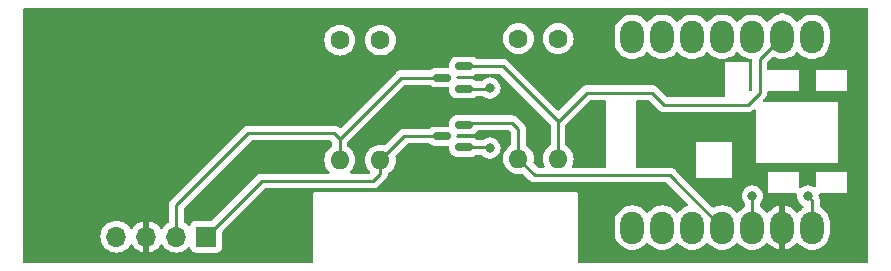
<source format=gbr>
%TF.GenerationSoftware,KiCad,Pcbnew,7.0.10-7.0.10~ubuntu22.04.1*%
%TF.CreationDate,2024-08-03T23:28:11-07:00*%
%TF.ProjectId,calc,63686561-7469-46e6-972d-63616c632e6b,rev?*%
%TF.SameCoordinates,Original*%
%TF.FileFunction,Copper,L1,Top*%
%TF.FilePolarity,Positive*%
%FSLAX46Y46*%
G04 Gerber Fmt 4.6, Leading zero omitted, Abs format (unit mm)*
G04 Created by KiCad (PCBNEW 7.0.10-7.0.10~ubuntu22.04.1) date 2024-08-03 23:28:11*
%MOMM*%
%LPD*%
G01*
G04 APERTURE LIST*
G04 Aperture macros list*
%AMRoundRect*
0 Rectangle with rounded corners*
0 $1 Rounding radius*
0 $2 $3 $4 $5 $6 $7 $8 $9 X,Y pos of 4 corners*
0 Add a 4 corners polygon primitive as box body*
4,1,4,$2,$3,$4,$5,$6,$7,$8,$9,$2,$3,0*
0 Add four circle primitives for the rounded corners*
1,1,$1+$1,$2,$3*
1,1,$1+$1,$4,$5*
1,1,$1+$1,$6,$7*
1,1,$1+$1,$8,$9*
0 Add four rect primitives between the rounded corners*
20,1,$1+$1,$2,$3,$4,$5,0*
20,1,$1+$1,$4,$5,$6,$7,0*
20,1,$1+$1,$6,$7,$8,$9,0*
20,1,$1+$1,$8,$9,$2,$3,0*%
G04 Aperture macros list end*
%TA.AperFunction,SMDPad,CuDef*%
%ADD10RoundRect,1.000000X0.000000X0.375000X0.000000X-0.375000X0.000000X-0.375000X0.000000X0.375000X0*%
%TD*%
%TA.AperFunction,SMDPad,CuDef*%
%ADD11RoundRect,0.150000X0.587500X0.150000X-0.587500X0.150000X-0.587500X-0.150000X0.587500X-0.150000X0*%
%TD*%
%TA.AperFunction,ComponentPad*%
%ADD12O,1.700000X1.700000*%
%TD*%
%TA.AperFunction,ComponentPad*%
%ADD13R,1.700000X1.700000*%
%TD*%
%TA.AperFunction,ComponentPad*%
%ADD14O,1.600000X1.600000*%
%TD*%
%TA.AperFunction,ComponentPad*%
%ADD15C,1.600000*%
%TD*%
%TA.AperFunction,ViaPad*%
%ADD16C,0.800000*%
%TD*%
%TA.AperFunction,Conductor*%
%ADD17C,0.250000*%
%TD*%
G04 APERTURE END LIST*
D10*
%TO.P,U1,7,PB08_A6_D6_TX*%
%TO.N,unconnected-(U1-PB08_A6_D6_TX-Pad7)*%
X137160000Y-54701000D03*
%TO.P,U1,6,PA9_A5_D5_SCL*%
%TO.N,unconnected-(U1-PA9_A5_D5_SCL-Pad6)*%
X139700000Y-54701000D03*
%TO.P,U1,5,PA8_A4_D4_SDA*%
%TO.N,unconnected-(U1-PA8_A4_D4_SDA-Pad5)*%
X142240000Y-54701000D03*
%TO.P,U1,4,PA11_A3_D3*%
%TO.N,unconnected-(U1-PA11_A3_D3-Pad4)*%
X144780000Y-54701000D03*
%TO.P,U1,3,PA10_A2_D2*%
%TO.N,unconnected-(U1-PA10_A2_D2-Pad3)*%
X147320000Y-54701000D03*
%TO.P,U1,2,PA4_A1_D1*%
%TO.N,TIP_GPIO*%
X149860000Y-54701000D03*
%TO.P,U1,1,PA02_A0_D0*%
%TO.N,unconnected-(U1-PA02_A0_D0-Pad1)*%
X152400000Y-54701000D03*
%TO.P,U1,8,PB09_A7_D7_RX*%
%TO.N,unconnected-(U1-PB09_A7_D7_RX-Pad8)*%
X137160000Y-70866000D03*
%TO.P,U1,9,PA7_A8_D8_SCK*%
%TO.N,unconnected-(U1-PA7_A8_D8_SCK-Pad9)*%
X139700000Y-70866000D03*
%TO.P,U1,10,PA5_A9_D9_MISO*%
%TO.N,unconnected-(U1-PA5_A9_D9_MISO-Pad10)*%
X142240000Y-70866000D03*
%TO.P,U1,11,PA6_A10_D10_MOSI*%
%TO.N,RING_GPIO*%
X144780000Y-70866000D03*
%TO.P,U1,12,3V3*%
%TO.N,+3.3V*%
X147320000Y-70866000D03*
%TO.P,U1,13,GND*%
%TO.N,GND*%
X149860000Y-70866000D03*
%TO.P,U1,14,5V*%
%TO.N,+5V*%
X152400000Y-70866000D03*
%TD*%
D11*
%TO.P,Q1,1,G*%
%TO.N,+3.3V*%
X122906000Y-64069000D03*
%TO.P,Q1,2,S*%
%TO.N,RING_GPIO*%
X122906000Y-62169000D03*
%TO.P,Q1,3,D*%
%TO.N,RING*%
X121031000Y-63119000D03*
%TD*%
D12*
%TO.P,J1,4,Pin_4*%
%TO.N,+5V*%
X93472000Y-71628000D03*
%TO.P,J1,3,Pin_3*%
%TO.N,GND*%
X96012000Y-71628000D03*
%TO.P,J1,2,Pin_2*%
%TO.N,TIP*%
X98552000Y-71628000D03*
D13*
%TO.P,J1,1,Pin_1*%
%TO.N,RING*%
X101092000Y-71628000D03*
%TD*%
D14*
%TO.P,R4,2*%
%TO.N,TIP*%
X112395000Y-65151000D03*
D15*
%TO.P,R4,1*%
%TO.N,+5V*%
X112395000Y-54991000D03*
%TD*%
%TO.P,R2,1*%
%TO.N,+3.3V*%
X130876000Y-54864000D03*
D14*
%TO.P,R2,2*%
%TO.N,TIP_GPIO*%
X130876000Y-65024000D03*
%TD*%
D15*
%TO.P,R3,1*%
%TO.N,+5V*%
X115824000Y-54991000D03*
D14*
%TO.P,R3,2*%
%TO.N,RING*%
X115824000Y-65151000D03*
%TD*%
D11*
%TO.P,Q2,3,D*%
%TO.N,TIP*%
X121031000Y-58166000D03*
%TO.P,Q2,2,S*%
%TO.N,TIP_GPIO*%
X122906000Y-57216000D03*
%TO.P,Q2,1,G*%
%TO.N,+3.3V*%
X122906000Y-59116000D03*
%TD*%
D14*
%TO.P,R1,2*%
%TO.N,RING_GPIO*%
X127508000Y-65024000D03*
D15*
%TO.P,R1,1*%
%TO.N,+3.3V*%
X127508000Y-54864000D03*
%TD*%
D16*
%TO.N,+5V*%
X152019000Y-68199000D03*
%TO.N,+3.3V*%
X147320000Y-68199000D03*
X125095000Y-59055000D03*
X125095000Y-64135000D03*
%TD*%
D17*
%TO.N,+5V*%
X152400000Y-68580000D02*
X152019000Y-68199000D01*
X152400000Y-70866000D02*
X152400000Y-68580000D01*
%TO.N,+3.3V*%
X147320000Y-70866000D02*
X147320000Y-68199000D01*
%TO.N,TIP_GPIO*%
X149860000Y-54701000D02*
X149860000Y-53340000D01*
%TO.N,+3.3V*%
X125034000Y-59116000D02*
X125095000Y-59055000D01*
X122906000Y-59116000D02*
X125034000Y-59116000D01*
X125029000Y-64069000D02*
X125095000Y-64135000D01*
X122906000Y-64069000D02*
X125029000Y-64069000D01*
%TO.N,TIP_GPIO*%
X130876000Y-65024000D02*
X130876000Y-61876000D01*
X130876000Y-61876000D02*
X126216000Y-57216000D01*
X126216000Y-57216000D02*
X122906000Y-57216000D01*
%TO.N,RING_GPIO*%
X127508000Y-65024000D02*
X127508000Y-62508000D01*
X127508000Y-62508000D02*
X127000000Y-62000000D01*
X127000000Y-62000000D02*
X123075000Y-62000000D01*
X123075000Y-62000000D02*
X122906000Y-62169000D01*
%TO.N,TIP_GPIO*%
X138811000Y-59436000D02*
X133350000Y-59436000D01*
X147955000Y-56606000D02*
X147955000Y-59436000D01*
X149860000Y-54701000D02*
X147955000Y-56606000D01*
X147955000Y-59436000D02*
X146939000Y-60452000D01*
X139827000Y-60452000D02*
X138811000Y-59436000D01*
X146939000Y-60452000D02*
X139827000Y-60452000D01*
X130876000Y-61910000D02*
X130876000Y-65024000D01*
X133350000Y-59436000D02*
X130876000Y-61910000D01*
%TO.N,TIP*%
X112395000Y-63373000D02*
X111887000Y-62865000D01*
X111887000Y-62865000D02*
X104648000Y-62865000D01*
X104648000Y-62865000D02*
X98552000Y-68961000D01*
X98552000Y-68961000D02*
X98552000Y-71628000D01*
X121031000Y-58166000D02*
X117602000Y-58166000D01*
X117602000Y-58166000D02*
X112395000Y-63373000D01*
X112395000Y-63373000D02*
X112395000Y-65151000D01*
%TO.N,RING*%
X115824000Y-66294000D02*
X115189000Y-66929000D01*
X115824000Y-65151000D02*
X115824000Y-66294000D01*
X115189000Y-66929000D02*
X105791000Y-66929000D01*
X105791000Y-66929000D02*
X101092000Y-71628000D01*
X121031000Y-63119000D02*
X117856000Y-63119000D01*
X117856000Y-63119000D02*
X115824000Y-65151000D01*
%TO.N,RING_GPIO*%
X127508000Y-65024000D02*
X128905000Y-66421000D01*
X128905000Y-66421000D02*
X140335000Y-66421000D01*
X140335000Y-66421000D02*
X144780000Y-70866000D01*
%TD*%
%TA.AperFunction,Conductor*%
%TO.N,GND*%
G36*
X157086802Y-52290185D02*
G01*
X157132557Y-52342989D01*
X157143763Y-52394500D01*
X157143763Y-73745704D01*
X157124078Y-73812743D01*
X157071274Y-73858498D01*
X157019763Y-73869704D01*
X132668733Y-73869704D01*
X132601694Y-73850019D01*
X132555939Y-73797215D01*
X132544733Y-73745704D01*
X132544733Y-68024288D01*
X132540740Y-68015997D01*
X132531571Y-67989794D01*
X132529523Y-67980820D01*
X132523779Y-67973617D01*
X132509012Y-67950116D01*
X132505021Y-67941827D01*
X132497826Y-67936089D01*
X132478192Y-67916455D01*
X132472456Y-67909262D01*
X132464164Y-67905269D01*
X132440661Y-67890500D01*
X132433467Y-67884763D01*
X132433466Y-67884762D01*
X132433464Y-67884761D01*
X132424486Y-67882711D01*
X132398290Y-67873545D01*
X132389996Y-67869551D01*
X132366823Y-67869551D01*
X110389784Y-67869551D01*
X110298258Y-67869551D01*
X110298256Y-67869551D01*
X110298254Y-67869552D01*
X110289960Y-67873546D01*
X110263766Y-67882711D01*
X110254790Y-67884760D01*
X110247587Y-67890504D01*
X110224091Y-67905268D01*
X110215797Y-67909262D01*
X110215796Y-67909264D01*
X110210057Y-67916460D01*
X110190430Y-67936087D01*
X110183234Y-67941826D01*
X110183232Y-67941827D01*
X110179238Y-67950121D01*
X110164474Y-67973617D01*
X110158730Y-67980820D01*
X110156681Y-67989796D01*
X110147516Y-68015990D01*
X110143522Y-68024284D01*
X110143521Y-68024289D01*
X110143521Y-73745704D01*
X110123836Y-73812743D01*
X110071032Y-73858498D01*
X110019521Y-73869704D01*
X85668500Y-73869704D01*
X85601461Y-73850019D01*
X85555706Y-73797215D01*
X85544500Y-73745704D01*
X85544500Y-71628000D01*
X92116341Y-71628000D01*
X92136936Y-71863403D01*
X92136938Y-71863413D01*
X92198094Y-72091655D01*
X92198096Y-72091659D01*
X92198097Y-72091663D01*
X92277801Y-72262588D01*
X92297965Y-72305830D01*
X92297967Y-72305834D01*
X92406281Y-72460521D01*
X92433505Y-72499401D01*
X92600599Y-72666495D01*
X92678723Y-72721198D01*
X92794165Y-72802032D01*
X92794167Y-72802033D01*
X92794170Y-72802035D01*
X93008337Y-72901903D01*
X93236592Y-72963063D01*
X93413034Y-72978500D01*
X93471999Y-72983659D01*
X93472000Y-72983659D01*
X93472001Y-72983659D01*
X93530966Y-72978500D01*
X93707408Y-72963063D01*
X93935663Y-72901903D01*
X94149830Y-72802035D01*
X94343401Y-72666495D01*
X94510495Y-72499401D01*
X94640730Y-72313405D01*
X94695307Y-72269781D01*
X94764805Y-72262587D01*
X94827160Y-72294110D01*
X94843879Y-72313405D01*
X94973890Y-72499078D01*
X95140917Y-72666105D01*
X95334421Y-72801600D01*
X95548507Y-72901429D01*
X95548516Y-72901433D01*
X95762000Y-72958634D01*
X95762000Y-72063501D01*
X95869685Y-72112680D01*
X95976237Y-72128000D01*
X96047763Y-72128000D01*
X96154315Y-72112680D01*
X96262000Y-72063501D01*
X96262000Y-72958633D01*
X96475483Y-72901433D01*
X96475492Y-72901429D01*
X96689578Y-72801600D01*
X96883082Y-72666105D01*
X97050105Y-72499082D01*
X97180119Y-72313405D01*
X97234696Y-72269781D01*
X97304195Y-72262588D01*
X97366549Y-72294110D01*
X97383269Y-72313405D01*
X97513505Y-72499401D01*
X97680599Y-72666495D01*
X97758723Y-72721198D01*
X97874165Y-72802032D01*
X97874167Y-72802033D01*
X97874170Y-72802035D01*
X98088337Y-72901903D01*
X98316592Y-72963063D01*
X98493034Y-72978500D01*
X98551999Y-72983659D01*
X98552000Y-72983659D01*
X98552001Y-72983659D01*
X98610966Y-72978500D01*
X98787408Y-72963063D01*
X99015663Y-72901903D01*
X99229830Y-72802035D01*
X99423401Y-72666495D01*
X99545329Y-72544566D01*
X99606648Y-72511084D01*
X99676340Y-72516068D01*
X99732274Y-72557939D01*
X99749189Y-72588917D01*
X99798202Y-72720328D01*
X99798206Y-72720335D01*
X99884452Y-72835544D01*
X99884455Y-72835547D01*
X99999664Y-72921793D01*
X99999671Y-72921797D01*
X100134517Y-72972091D01*
X100134516Y-72972091D01*
X100141444Y-72972835D01*
X100194127Y-72978500D01*
X101989872Y-72978499D01*
X102049483Y-72972091D01*
X102184331Y-72921796D01*
X102299546Y-72835546D01*
X102385796Y-72720331D01*
X102436091Y-72585483D01*
X102442500Y-72525873D01*
X102442499Y-71213450D01*
X102462184Y-71146412D01*
X102478813Y-71125775D01*
X106013771Y-67590819D01*
X106075094Y-67557334D01*
X106101452Y-67554500D01*
X115106257Y-67554500D01*
X115121877Y-67556224D01*
X115121904Y-67555939D01*
X115129660Y-67556671D01*
X115129667Y-67556673D01*
X115196873Y-67554561D01*
X115200768Y-67554500D01*
X115228346Y-67554500D01*
X115228350Y-67554500D01*
X115232324Y-67553997D01*
X115243963Y-67553080D01*
X115287627Y-67551709D01*
X115306869Y-67546117D01*
X115325912Y-67542174D01*
X115345792Y-67539664D01*
X115386401Y-67523585D01*
X115397444Y-67519803D01*
X115439390Y-67507618D01*
X115456629Y-67497422D01*
X115474103Y-67488862D01*
X115492727Y-67481488D01*
X115492727Y-67481487D01*
X115492732Y-67481486D01*
X115528083Y-67455800D01*
X115537814Y-67449408D01*
X115575420Y-67427170D01*
X115589589Y-67412999D01*
X115604379Y-67400368D01*
X115620587Y-67388594D01*
X115648438Y-67354926D01*
X115656279Y-67346309D01*
X116207786Y-66794802D01*
X116220048Y-66784980D01*
X116219865Y-66784759D01*
X116225868Y-66779791D01*
X116225877Y-66779786D01*
X116271934Y-66730739D01*
X116274582Y-66728006D01*
X116294120Y-66708470D01*
X116296570Y-66705310D01*
X116304154Y-66696429D01*
X116334062Y-66664582D01*
X116343714Y-66647023D01*
X116354389Y-66630772D01*
X116366674Y-66614936D01*
X116384030Y-66574825D01*
X116389161Y-66564354D01*
X116410194Y-66526098D01*
X116410194Y-66526097D01*
X116410197Y-66526092D01*
X116415180Y-66506680D01*
X116421477Y-66488291D01*
X116429438Y-66469895D01*
X116436270Y-66426748D01*
X116438639Y-66415316D01*
X116448602Y-66376517D01*
X116449500Y-66373019D01*
X116449500Y-66365187D01*
X116469185Y-66298148D01*
X116502374Y-66263614D01*
X116663139Y-66151047D01*
X116824047Y-65990139D01*
X116954568Y-65803734D01*
X117050739Y-65597496D01*
X117109635Y-65377692D01*
X117129468Y-65151000D01*
X117109635Y-64924308D01*
X117091318Y-64855948D01*
X117092981Y-64786103D01*
X117123410Y-64736179D01*
X118078772Y-63780819D01*
X118140095Y-63747334D01*
X118166453Y-63744500D01*
X119947691Y-63744500D01*
X120014730Y-63764185D01*
X120035372Y-63780819D01*
X120041629Y-63787076D01*
X120041633Y-63787079D01*
X120041635Y-63787081D01*
X120183102Y-63870744D01*
X120204119Y-63876850D01*
X120340926Y-63916597D01*
X120340929Y-63916597D01*
X120340931Y-63916598D01*
X120377806Y-63919500D01*
X121544000Y-63919500D01*
X121611039Y-63939185D01*
X121656794Y-63991989D01*
X121668000Y-64043500D01*
X121668000Y-64284701D01*
X121670901Y-64321567D01*
X121670902Y-64321573D01*
X121716754Y-64479393D01*
X121716755Y-64479396D01*
X121716756Y-64479398D01*
X121727915Y-64498267D01*
X121800417Y-64620862D01*
X121800423Y-64620870D01*
X121916629Y-64737076D01*
X121916633Y-64737079D01*
X121916635Y-64737081D01*
X122058102Y-64820744D01*
X122099724Y-64832836D01*
X122215926Y-64866597D01*
X122215929Y-64866597D01*
X122215931Y-64866598D01*
X122252806Y-64869500D01*
X122252814Y-64869500D01*
X123559186Y-64869500D01*
X123559194Y-64869500D01*
X123596069Y-64866598D01*
X123596071Y-64866597D01*
X123596073Y-64866597D01*
X123637691Y-64854505D01*
X123753898Y-64820744D01*
X123895365Y-64737081D01*
X123896918Y-64735528D01*
X123901628Y-64730819D01*
X123962951Y-64697334D01*
X123989309Y-64694500D01*
X124331825Y-64694500D01*
X124398864Y-64714185D01*
X124423975Y-64735528D01*
X124489123Y-64807883D01*
X124489130Y-64807889D01*
X124642265Y-64919148D01*
X124642270Y-64919151D01*
X124815192Y-64996142D01*
X124815197Y-64996144D01*
X125000354Y-65035500D01*
X125000355Y-65035500D01*
X125189644Y-65035500D01*
X125189646Y-65035500D01*
X125374803Y-64996144D01*
X125547730Y-64919151D01*
X125700871Y-64807888D01*
X125827533Y-64667216D01*
X125922179Y-64503284D01*
X125980674Y-64323256D01*
X126000460Y-64135000D01*
X125980674Y-63946744D01*
X125922179Y-63766716D01*
X125827533Y-63602784D01*
X125700871Y-63462112D01*
X125674976Y-63443298D01*
X125547734Y-63350851D01*
X125547729Y-63350848D01*
X125374807Y-63273857D01*
X125374802Y-63273855D01*
X125229001Y-63242865D01*
X125189646Y-63234500D01*
X125000354Y-63234500D01*
X124967897Y-63241398D01*
X124815197Y-63273855D01*
X124815192Y-63273857D01*
X124642270Y-63350848D01*
X124642265Y-63350851D01*
X124547341Y-63419818D01*
X124481535Y-63443298D01*
X124474456Y-63443500D01*
X123989309Y-63443500D01*
X123922270Y-63423815D01*
X123901628Y-63407181D01*
X123895370Y-63400923D01*
X123895362Y-63400917D01*
X123753896Y-63317255D01*
X123753893Y-63317254D01*
X123596073Y-63271402D01*
X123596067Y-63271401D01*
X123559201Y-63268500D01*
X123559194Y-63268500D01*
X122393000Y-63268500D01*
X122325961Y-63248815D01*
X122280206Y-63196011D01*
X122269000Y-63144500D01*
X122269000Y-63093500D01*
X122288685Y-63026461D01*
X122341489Y-62980706D01*
X122393000Y-62969500D01*
X123559186Y-62969500D01*
X123559194Y-62969500D01*
X123596069Y-62966598D01*
X123596071Y-62966597D01*
X123596073Y-62966597D01*
X123637691Y-62954505D01*
X123753898Y-62920744D01*
X123895365Y-62837081D01*
X124011581Y-62720865D01*
X124031976Y-62686379D01*
X124083045Y-62638696D01*
X124138708Y-62625500D01*
X126689548Y-62625500D01*
X126756587Y-62645185D01*
X126777229Y-62661819D01*
X126846181Y-62730771D01*
X126879666Y-62792094D01*
X126882500Y-62818452D01*
X126882500Y-63809811D01*
X126862815Y-63876850D01*
X126829623Y-63911386D01*
X126668859Y-64023953D01*
X126507954Y-64184858D01*
X126377432Y-64371265D01*
X126377431Y-64371267D01*
X126281261Y-64577502D01*
X126281258Y-64577511D01*
X126222366Y-64797302D01*
X126222364Y-64797313D01*
X126202532Y-65023998D01*
X126202532Y-65024001D01*
X126222364Y-65250686D01*
X126222366Y-65250697D01*
X126281258Y-65470488D01*
X126281261Y-65470497D01*
X126377431Y-65676732D01*
X126377432Y-65676734D01*
X126507954Y-65863141D01*
X126668858Y-66024045D01*
X126670413Y-66025134D01*
X126855266Y-66154568D01*
X127061504Y-66250739D01*
X127281308Y-66309635D01*
X127438791Y-66323413D01*
X127507998Y-66329468D01*
X127508000Y-66329468D01*
X127508002Y-66329468D01*
X127564673Y-66324509D01*
X127734692Y-66309635D01*
X127803048Y-66291319D01*
X127872897Y-66292982D01*
X127922822Y-66323413D01*
X128404197Y-66804788D01*
X128414022Y-66817051D01*
X128414243Y-66816869D01*
X128419211Y-66822874D01*
X128468222Y-66868899D01*
X128471021Y-66871612D01*
X128490522Y-66891114D01*
X128490526Y-66891117D01*
X128490529Y-66891120D01*
X128493702Y-66893581D01*
X128502574Y-66901159D01*
X128534418Y-66931062D01*
X128551976Y-66940714D01*
X128568235Y-66951395D01*
X128584064Y-66963673D01*
X128624155Y-66981021D01*
X128634626Y-66986151D01*
X128657180Y-66998550D01*
X128672902Y-67007194D01*
X128672904Y-67007195D01*
X128672908Y-67007197D01*
X128692316Y-67012180D01*
X128710719Y-67018481D01*
X128729101Y-67026436D01*
X128729102Y-67026436D01*
X128729104Y-67026437D01*
X128772250Y-67033270D01*
X128783672Y-67035636D01*
X128825981Y-67046500D01*
X128846016Y-67046500D01*
X128865414Y-67048026D01*
X128885194Y-67051159D01*
X128885195Y-67051160D01*
X128885195Y-67051159D01*
X128885196Y-67051160D01*
X128928675Y-67047050D01*
X128940344Y-67046500D01*
X140024548Y-67046500D01*
X140091587Y-67066185D01*
X140112229Y-67082819D01*
X141869063Y-68839654D01*
X141902548Y-68900977D01*
X141897564Y-68970669D01*
X141855692Y-69026602D01*
X141814870Y-69045063D01*
X141815295Y-69046489D01*
X141810377Y-69047952D01*
X141578730Y-69138342D01*
X141365097Y-69265639D01*
X141175350Y-69426348D01*
X141175348Y-69426350D01*
X141064622Y-69557084D01*
X141006273Y-69595519D01*
X140936408Y-69596306D01*
X140877208Y-69559197D01*
X140875378Y-69557084D01*
X140764651Y-69426350D01*
X140764649Y-69426348D01*
X140574902Y-69265639D01*
X140491508Y-69215947D01*
X140361273Y-69138344D01*
X140361271Y-69138343D01*
X140361269Y-69138342D01*
X140129625Y-69047953D01*
X140129615Y-69047950D01*
X139886238Y-68996919D01*
X139886235Y-68996918D01*
X139782850Y-68990500D01*
X139782842Y-68990500D01*
X139617158Y-68990500D01*
X139617149Y-68990500D01*
X139513764Y-68996918D01*
X139513761Y-68996919D01*
X139270384Y-69047950D01*
X139270374Y-69047953D01*
X139038730Y-69138342D01*
X138825097Y-69265639D01*
X138635350Y-69426348D01*
X138635348Y-69426350D01*
X138524622Y-69557084D01*
X138466273Y-69595519D01*
X138396408Y-69596306D01*
X138337208Y-69559197D01*
X138335378Y-69557084D01*
X138224651Y-69426350D01*
X138224649Y-69426348D01*
X138034902Y-69265639D01*
X137951508Y-69215947D01*
X137821273Y-69138344D01*
X137821271Y-69138343D01*
X137821269Y-69138342D01*
X137589625Y-69047953D01*
X137589615Y-69047950D01*
X137346238Y-68996919D01*
X137346235Y-68996918D01*
X137242850Y-68990500D01*
X137242842Y-68990500D01*
X137077158Y-68990500D01*
X137077149Y-68990500D01*
X136973764Y-68996918D01*
X136973761Y-68996919D01*
X136730384Y-69047950D01*
X136730374Y-69047953D01*
X136498730Y-69138342D01*
X136285097Y-69265639D01*
X136095350Y-69426348D01*
X136095348Y-69426350D01*
X135934639Y-69616097D01*
X135807342Y-69829730D01*
X135716953Y-70061374D01*
X135716950Y-70061384D01*
X135665919Y-70304761D01*
X135665918Y-70304764D01*
X135659500Y-70408149D01*
X135659500Y-71323850D01*
X135665918Y-71427235D01*
X135665919Y-71427238D01*
X135716950Y-71670615D01*
X135716953Y-71670625D01*
X135807342Y-71902269D01*
X135807344Y-71902273D01*
X135890000Y-72040988D01*
X135934639Y-72115902D01*
X136095348Y-72305649D01*
X136095350Y-72305651D01*
X136285097Y-72466360D01*
X136285103Y-72466363D01*
X136285106Y-72466366D01*
X136498727Y-72593656D01*
X136498730Y-72593657D01*
X136730374Y-72684046D01*
X136730381Y-72684048D01*
X136730386Y-72684050D01*
X136973763Y-72735081D01*
X137077158Y-72741500D01*
X137077169Y-72741500D01*
X137242831Y-72741500D01*
X137242842Y-72741500D01*
X137346237Y-72735081D01*
X137589614Y-72684050D01*
X137589621Y-72684046D01*
X137589625Y-72684046D01*
X137668980Y-72653080D01*
X137821273Y-72593656D01*
X138034894Y-72466366D01*
X138034898Y-72466361D01*
X138034902Y-72466360D01*
X138224649Y-72305651D01*
X138224650Y-72305650D01*
X138335378Y-72174915D01*
X138393726Y-72136480D01*
X138463591Y-72135693D01*
X138522792Y-72172802D01*
X138524622Y-72174915D01*
X138635349Y-72305650D01*
X138635350Y-72305651D01*
X138825097Y-72466360D01*
X138825103Y-72466363D01*
X138825106Y-72466366D01*
X139038727Y-72593656D01*
X139038730Y-72593657D01*
X139270374Y-72684046D01*
X139270381Y-72684048D01*
X139270386Y-72684050D01*
X139513763Y-72735081D01*
X139617158Y-72741500D01*
X139617169Y-72741500D01*
X139782831Y-72741500D01*
X139782842Y-72741500D01*
X139886237Y-72735081D01*
X140129614Y-72684050D01*
X140129621Y-72684046D01*
X140129625Y-72684046D01*
X140208980Y-72653080D01*
X140361273Y-72593656D01*
X140574894Y-72466366D01*
X140574898Y-72466361D01*
X140574902Y-72466360D01*
X140764649Y-72305651D01*
X140764650Y-72305650D01*
X140875378Y-72174915D01*
X140933726Y-72136480D01*
X141003591Y-72135693D01*
X141062792Y-72172802D01*
X141064622Y-72174915D01*
X141175349Y-72305650D01*
X141175350Y-72305651D01*
X141365097Y-72466360D01*
X141365103Y-72466363D01*
X141365106Y-72466366D01*
X141578727Y-72593656D01*
X141578730Y-72593657D01*
X141810374Y-72684046D01*
X141810381Y-72684048D01*
X141810386Y-72684050D01*
X142053763Y-72735081D01*
X142157158Y-72741500D01*
X142157169Y-72741500D01*
X142322831Y-72741500D01*
X142322842Y-72741500D01*
X142426237Y-72735081D01*
X142669614Y-72684050D01*
X142669621Y-72684046D01*
X142669625Y-72684046D01*
X142748980Y-72653080D01*
X142901273Y-72593656D01*
X143114894Y-72466366D01*
X143114898Y-72466361D01*
X143114902Y-72466360D01*
X143304649Y-72305651D01*
X143304650Y-72305650D01*
X143415378Y-72174915D01*
X143473726Y-72136480D01*
X143543591Y-72135693D01*
X143602792Y-72172802D01*
X143604622Y-72174915D01*
X143715349Y-72305650D01*
X143715350Y-72305651D01*
X143905097Y-72466360D01*
X143905103Y-72466363D01*
X143905106Y-72466366D01*
X144118727Y-72593656D01*
X144118730Y-72593657D01*
X144350374Y-72684046D01*
X144350381Y-72684048D01*
X144350386Y-72684050D01*
X144593763Y-72735081D01*
X144697158Y-72741500D01*
X144697169Y-72741500D01*
X144862831Y-72741500D01*
X144862842Y-72741500D01*
X144966237Y-72735081D01*
X145209614Y-72684050D01*
X145209621Y-72684046D01*
X145209625Y-72684046D01*
X145288980Y-72653080D01*
X145441273Y-72593656D01*
X145654894Y-72466366D01*
X145654898Y-72466361D01*
X145654902Y-72466360D01*
X145844649Y-72305651D01*
X145844650Y-72305650D01*
X145955378Y-72174915D01*
X146013726Y-72136480D01*
X146083591Y-72135693D01*
X146142792Y-72172802D01*
X146144622Y-72174915D01*
X146255349Y-72305650D01*
X146255350Y-72305651D01*
X146445097Y-72466360D01*
X146445103Y-72466363D01*
X146445106Y-72466366D01*
X146658727Y-72593656D01*
X146658730Y-72593657D01*
X146890374Y-72684046D01*
X146890381Y-72684048D01*
X146890386Y-72684050D01*
X147133763Y-72735081D01*
X147237158Y-72741500D01*
X147237169Y-72741500D01*
X147402831Y-72741500D01*
X147402842Y-72741500D01*
X147506237Y-72735081D01*
X147749614Y-72684050D01*
X147749621Y-72684046D01*
X147749625Y-72684046D01*
X147828980Y-72653080D01*
X147981273Y-72593656D01*
X148194894Y-72466366D01*
X148194898Y-72466361D01*
X148194902Y-72466360D01*
X148321398Y-72359222D01*
X148384650Y-72305650D01*
X148495706Y-72174526D01*
X148554053Y-72136093D01*
X148623918Y-72135306D01*
X148683118Y-72172415D01*
X148684949Y-72174527D01*
X148795707Y-72305298D01*
X148985391Y-72465953D01*
X149198950Y-72593206D01*
X149430517Y-72683564D01*
X149430527Y-72683567D01*
X149610000Y-72721198D01*
X149610000Y-69010800D01*
X149609999Y-69010800D01*
X149430527Y-69048432D01*
X149430519Y-69048434D01*
X149198950Y-69138793D01*
X148985391Y-69266046D01*
X148795707Y-69426702D01*
X148684949Y-69557472D01*
X148626600Y-69595906D01*
X148556735Y-69596693D01*
X148497535Y-69559583D01*
X148495705Y-69557471D01*
X148384650Y-69426349D01*
X148384649Y-69426348D01*
X148194902Y-69265639D01*
X148194894Y-69265634D01*
X148006025Y-69153092D01*
X147958512Y-69101867D01*
X147945500Y-69046571D01*
X147945500Y-68897687D01*
X147965185Y-68830648D01*
X147977350Y-68814715D01*
X147995891Y-68794122D01*
X148052533Y-68731216D01*
X148147179Y-68567284D01*
X148205674Y-68387256D01*
X148225460Y-68199000D01*
X148205674Y-68010744D01*
X148147179Y-67830716D01*
X148052533Y-67666784D01*
X147925871Y-67526112D01*
X147925870Y-67526111D01*
X147772734Y-67414851D01*
X147772729Y-67414848D01*
X147599807Y-67337857D01*
X147599802Y-67337855D01*
X147454001Y-67306865D01*
X147414646Y-67298500D01*
X147225354Y-67298500D01*
X147192897Y-67305398D01*
X147040197Y-67337855D01*
X147040192Y-67337857D01*
X146867270Y-67414848D01*
X146867265Y-67414851D01*
X146714129Y-67526111D01*
X146587466Y-67666785D01*
X146492821Y-67830715D01*
X146492818Y-67830722D01*
X146434327Y-68010740D01*
X146434326Y-68010744D01*
X146414540Y-68199000D01*
X146434326Y-68387256D01*
X146434327Y-68387259D01*
X146492818Y-68567277D01*
X146492821Y-68567284D01*
X146587467Y-68731216D01*
X146602856Y-68748307D01*
X146662650Y-68814715D01*
X146692880Y-68877706D01*
X146694500Y-68897687D01*
X146694500Y-69046571D01*
X146674815Y-69113610D01*
X146633975Y-69153092D01*
X146544814Y-69206221D01*
X146445097Y-69265639D01*
X146255350Y-69426348D01*
X146255348Y-69426350D01*
X146144622Y-69557084D01*
X146086273Y-69595519D01*
X146016408Y-69596306D01*
X145957208Y-69559197D01*
X145955378Y-69557084D01*
X145844651Y-69426350D01*
X145844649Y-69426348D01*
X145654902Y-69265639D01*
X145571508Y-69215947D01*
X145441273Y-69138344D01*
X145441271Y-69138343D01*
X145441269Y-69138342D01*
X145209625Y-69047953D01*
X145209615Y-69047950D01*
X144966238Y-68996919D01*
X144966235Y-68996918D01*
X144862850Y-68990500D01*
X144862842Y-68990500D01*
X144697158Y-68990500D01*
X144697149Y-68990500D01*
X144593764Y-68996918D01*
X144593761Y-68996919D01*
X144350384Y-69047950D01*
X144350374Y-69047953D01*
X144118735Y-69138340D01*
X144118720Y-69138347D01*
X144087717Y-69156820D01*
X144020050Y-69174224D01*
X143953715Y-69152281D01*
X143936567Y-69137976D01*
X140835803Y-66037212D01*
X140825980Y-66024950D01*
X140825759Y-66025134D01*
X140820786Y-66019122D01*
X140771776Y-65973099D01*
X140768977Y-65970386D01*
X140749477Y-65950885D01*
X140749471Y-65950880D01*
X140746286Y-65948409D01*
X140737434Y-65940848D01*
X140705582Y-65910938D01*
X140705580Y-65910936D01*
X140705577Y-65910935D01*
X140688029Y-65901288D01*
X140671763Y-65890604D01*
X140655932Y-65878324D01*
X140615849Y-65860978D01*
X140605363Y-65855841D01*
X140567094Y-65834803D01*
X140567092Y-65834802D01*
X140547693Y-65829822D01*
X140529281Y-65823518D01*
X140510898Y-65815562D01*
X140510892Y-65815560D01*
X140467760Y-65808729D01*
X140456322Y-65806361D01*
X140414020Y-65795500D01*
X140414019Y-65795500D01*
X140393984Y-65795500D01*
X140374586Y-65793973D01*
X140367162Y-65792797D01*
X140354805Y-65790840D01*
X140354804Y-65790840D01*
X140311325Y-65794950D01*
X140299656Y-65795500D01*
X137579000Y-65795500D01*
X137511961Y-65775815D01*
X137466206Y-65723011D01*
X137455000Y-65671500D01*
X137455000Y-63645000D01*
X142535000Y-63645000D01*
X142535000Y-66693000D01*
X145583000Y-66693000D01*
X145583000Y-66185000D01*
X148631000Y-66185000D01*
X148631000Y-67963000D01*
X151000629Y-67963000D01*
X151067668Y-67982685D01*
X151113423Y-68035489D01*
X151123949Y-68099958D01*
X151113540Y-68199000D01*
X151133326Y-68387256D01*
X151133327Y-68387259D01*
X151191818Y-68567277D01*
X151191821Y-68567284D01*
X151286467Y-68731216D01*
X151361650Y-68814715D01*
X151413129Y-68871888D01*
X151566265Y-68983148D01*
X151566266Y-68983148D01*
X151566270Y-68983151D01*
X151595455Y-68996145D01*
X151648692Y-69041395D01*
X151669013Y-69108244D01*
X151649968Y-69175468D01*
X151608494Y-69215945D01*
X151554198Y-69248298D01*
X151525097Y-69265639D01*
X151335352Y-69426346D01*
X151224294Y-69557472D01*
X151165945Y-69595906D01*
X151096080Y-69596693D01*
X151036880Y-69559584D01*
X151035050Y-69557471D01*
X150924296Y-69426705D01*
X150924294Y-69426703D01*
X150734608Y-69266046D01*
X150521049Y-69138793D01*
X150289480Y-69048434D01*
X150289472Y-69048432D01*
X150110000Y-69010800D01*
X150110000Y-72721198D01*
X150289472Y-72683567D01*
X150289482Y-72683564D01*
X150521049Y-72593206D01*
X150734608Y-72465953D01*
X150924291Y-72305298D01*
X151035048Y-72174528D01*
X151093397Y-72136093D01*
X151163262Y-72135305D01*
X151222462Y-72172415D01*
X151224293Y-72174527D01*
X151335352Y-72305653D01*
X151525097Y-72466360D01*
X151525103Y-72466363D01*
X151525106Y-72466366D01*
X151738727Y-72593656D01*
X151738730Y-72593657D01*
X151970374Y-72684046D01*
X151970381Y-72684048D01*
X151970386Y-72684050D01*
X152213763Y-72735081D01*
X152317158Y-72741500D01*
X152317169Y-72741500D01*
X152482831Y-72741500D01*
X152482842Y-72741500D01*
X152586237Y-72735081D01*
X152829614Y-72684050D01*
X152829621Y-72684046D01*
X152829625Y-72684046D01*
X152908980Y-72653080D01*
X153061273Y-72593656D01*
X153274894Y-72466366D01*
X153274898Y-72466361D01*
X153274902Y-72466360D01*
X153464649Y-72305651D01*
X153464651Y-72305649D01*
X153625360Y-72115902D01*
X153625361Y-72115898D01*
X153625366Y-72115894D01*
X153752656Y-71902273D01*
X153843050Y-71670614D01*
X153894081Y-71427237D01*
X153900500Y-71323842D01*
X153900500Y-70408158D01*
X153894081Y-70304763D01*
X153843050Y-70061386D01*
X153843048Y-70061381D01*
X153843046Y-70061374D01*
X153752657Y-69829730D01*
X153752656Y-69829727D01*
X153625366Y-69616106D01*
X153625363Y-69616103D01*
X153625360Y-69616097D01*
X153464651Y-69426350D01*
X153464649Y-69426348D01*
X153274902Y-69265639D01*
X153274894Y-69265634D01*
X153086025Y-69153092D01*
X153038512Y-69101867D01*
X153025500Y-69046571D01*
X153025500Y-68662737D01*
X153027224Y-68647123D01*
X153026938Y-68647096D01*
X153027672Y-68639333D01*
X153025561Y-68572143D01*
X153025500Y-68568249D01*
X153025500Y-68540651D01*
X153025500Y-68540650D01*
X153024997Y-68536670D01*
X153024080Y-68525021D01*
X153022709Y-68481374D01*
X153022709Y-68481372D01*
X153017120Y-68462137D01*
X153013174Y-68443084D01*
X153010664Y-68423208D01*
X152994578Y-68382581D01*
X152990803Y-68371554D01*
X152978617Y-68329610D01*
X152968421Y-68312369D01*
X152959860Y-68294893D01*
X152952487Y-68276270D01*
X152948139Y-68270285D01*
X152924662Y-68204478D01*
X152924522Y-68199600D01*
X152924459Y-68199005D01*
X152924460Y-68199000D01*
X152914050Y-68099958D01*
X152926619Y-68031232D01*
X152974351Y-67980208D01*
X153037371Y-67963000D01*
X155362000Y-67963000D01*
X155362000Y-66185000D01*
X152695000Y-66185000D01*
X152695000Y-67333700D01*
X152675315Y-67400739D01*
X152622511Y-67446494D01*
X152553353Y-67456438D01*
X152498115Y-67434018D01*
X152471734Y-67414851D01*
X152471729Y-67414848D01*
X152298807Y-67337857D01*
X152298802Y-67337855D01*
X152153001Y-67306865D01*
X152113646Y-67298500D01*
X151924354Y-67298500D01*
X151891897Y-67305398D01*
X151739197Y-67337855D01*
X151739192Y-67337857D01*
X151566271Y-67414848D01*
X151494885Y-67466713D01*
X151429078Y-67490192D01*
X151361024Y-67474366D01*
X151312330Y-67424260D01*
X151298000Y-67366394D01*
X151298000Y-66185000D01*
X148631000Y-66185000D01*
X145583000Y-66185000D01*
X145583000Y-63645000D01*
X142535000Y-63645000D01*
X137455000Y-63645000D01*
X137455000Y-60185500D01*
X137474685Y-60118461D01*
X137527489Y-60072706D01*
X137579000Y-60061500D01*
X138500548Y-60061500D01*
X138567587Y-60081185D01*
X138588229Y-60097819D01*
X139326197Y-60835788D01*
X139336022Y-60848051D01*
X139336243Y-60847869D01*
X139341211Y-60853874D01*
X139341213Y-60853876D01*
X139341214Y-60853877D01*
X139390222Y-60899899D01*
X139393021Y-60902612D01*
X139412522Y-60922114D01*
X139412526Y-60922117D01*
X139412529Y-60922120D01*
X139415702Y-60924581D01*
X139424574Y-60932159D01*
X139456418Y-60962062D01*
X139473976Y-60971714D01*
X139490233Y-60982393D01*
X139506064Y-60994673D01*
X139535803Y-61007542D01*
X139546152Y-61012021D01*
X139556641Y-61017160D01*
X139580457Y-61030252D01*
X139594908Y-61038197D01*
X139607523Y-61041435D01*
X139614305Y-61043177D01*
X139632719Y-61049481D01*
X139651104Y-61057438D01*
X139694261Y-61064273D01*
X139705656Y-61066632D01*
X139747981Y-61077500D01*
X139768016Y-61077500D01*
X139787413Y-61079026D01*
X139807196Y-61082160D01*
X139850675Y-61078050D01*
X139862344Y-61077500D01*
X146856257Y-61077500D01*
X146871877Y-61079224D01*
X146871904Y-61078939D01*
X146879660Y-61079671D01*
X146879667Y-61079673D01*
X146946873Y-61077561D01*
X146950768Y-61077500D01*
X146978346Y-61077500D01*
X146978350Y-61077500D01*
X146982324Y-61076997D01*
X146993963Y-61076080D01*
X147037627Y-61074709D01*
X147056869Y-61069117D01*
X147075912Y-61065174D01*
X147095792Y-61062664D01*
X147136401Y-61046585D01*
X147147444Y-61042803D01*
X147189390Y-61030618D01*
X147206629Y-61020422D01*
X147224103Y-61011862D01*
X147242727Y-61004488D01*
X147242727Y-61004487D01*
X147242732Y-61004486D01*
X147278083Y-60978800D01*
X147287814Y-60972408D01*
X147325420Y-60950170D01*
X147339589Y-60935999D01*
X147354379Y-60923368D01*
X147370587Y-60911594D01*
X147395454Y-60881534D01*
X147453352Y-60842424D01*
X147523204Y-60840826D01*
X147582831Y-60877245D01*
X147613302Y-60940120D01*
X147615000Y-60960571D01*
X147615000Y-65423000D01*
X154600000Y-65423000D01*
X154600000Y-60216000D01*
X148358952Y-60216000D01*
X148291913Y-60196315D01*
X148246158Y-60143511D01*
X148236214Y-60074353D01*
X148265239Y-60010797D01*
X148271252Y-60004337D01*
X148338792Y-59936797D01*
X148351042Y-59926985D01*
X148350859Y-59926764D01*
X148356868Y-59921791D01*
X148356877Y-59921786D01*
X148402949Y-59872722D01*
X148405566Y-59870023D01*
X148425120Y-59850471D01*
X148427576Y-59847303D01*
X148435156Y-59838427D01*
X148465062Y-59806582D01*
X148474715Y-59789020D01*
X148485389Y-59772770D01*
X148497673Y-59756936D01*
X148515019Y-59716850D01*
X148520157Y-59706362D01*
X148522281Y-59702500D01*
X148541197Y-59668092D01*
X148546177Y-59648691D01*
X148552478Y-59630288D01*
X148560438Y-59611896D01*
X148567272Y-59568741D01*
X148569635Y-59557331D01*
X148580500Y-59515019D01*
X148580500Y-59494983D01*
X148582027Y-59475582D01*
X148584035Y-59462909D01*
X148585160Y-59455804D01*
X148585160Y-59455803D01*
X148585405Y-59448007D01*
X148588626Y-59448108D01*
X148599108Y-59394054D01*
X148647381Y-59343542D01*
X148709259Y-59327000D01*
X151298000Y-59327000D01*
X151298000Y-57549000D01*
X152695000Y-57549000D01*
X152695000Y-59327000D01*
X155362000Y-59327000D01*
X155362000Y-57549000D01*
X152695000Y-57549000D01*
X151298000Y-57549000D01*
X148704500Y-57549000D01*
X148637461Y-57529315D01*
X148591706Y-57476511D01*
X148580500Y-57425000D01*
X148580500Y-56916451D01*
X148600185Y-56849412D01*
X148616815Y-56828774D01*
X149016568Y-56429020D01*
X149077889Y-56395537D01*
X149147580Y-56400521D01*
X149167718Y-56410178D01*
X149198727Y-56428656D01*
X149198730Y-56428657D01*
X149430374Y-56519046D01*
X149430381Y-56519048D01*
X149430386Y-56519050D01*
X149673763Y-56570081D01*
X149777158Y-56576500D01*
X149777169Y-56576500D01*
X149942831Y-56576500D01*
X149942842Y-56576500D01*
X150046237Y-56570081D01*
X150289614Y-56519050D01*
X150289621Y-56519046D01*
X150289625Y-56519046D01*
X150430038Y-56464256D01*
X150521273Y-56428656D01*
X150734894Y-56301366D01*
X150734898Y-56301361D01*
X150734902Y-56301360D01*
X150924649Y-56140651D01*
X150924650Y-56140650D01*
X151035378Y-56009915D01*
X151093726Y-55971480D01*
X151163591Y-55970693D01*
X151222792Y-56007802D01*
X151224622Y-56009915D01*
X151335349Y-56140650D01*
X151335350Y-56140651D01*
X151525097Y-56301360D01*
X151525103Y-56301363D01*
X151525106Y-56301366D01*
X151738727Y-56428656D01*
X151738730Y-56428657D01*
X151970374Y-56519046D01*
X151970381Y-56519048D01*
X151970386Y-56519050D01*
X152213763Y-56570081D01*
X152317158Y-56576500D01*
X152317169Y-56576500D01*
X152482831Y-56576500D01*
X152482842Y-56576500D01*
X152586237Y-56570081D01*
X152829614Y-56519050D01*
X152829621Y-56519046D01*
X152829625Y-56519046D01*
X152970038Y-56464256D01*
X153061273Y-56428656D01*
X153274894Y-56301366D01*
X153274898Y-56301361D01*
X153274902Y-56301360D01*
X153464649Y-56140651D01*
X153464651Y-56140649D01*
X153625360Y-55950902D01*
X153625361Y-55950898D01*
X153625366Y-55950894D01*
X153752656Y-55737273D01*
X153843050Y-55505614D01*
X153894081Y-55262237D01*
X153900500Y-55158842D01*
X153900500Y-54243158D01*
X153894081Y-54139763D01*
X153843050Y-53896386D01*
X153843048Y-53896381D01*
X153843046Y-53896374D01*
X153752657Y-53664730D01*
X153752656Y-53664727D01*
X153625366Y-53451106D01*
X153625363Y-53451103D01*
X153625360Y-53451097D01*
X153464651Y-53261350D01*
X153464649Y-53261348D01*
X153274902Y-53100639D01*
X153274894Y-53100634D01*
X153061273Y-52973344D01*
X153061271Y-52973343D01*
X153061269Y-52973342D01*
X152829625Y-52882953D01*
X152829615Y-52882950D01*
X152586238Y-52831919D01*
X152586235Y-52831918D01*
X152482850Y-52825500D01*
X152482842Y-52825500D01*
X152317158Y-52825500D01*
X152317149Y-52825500D01*
X152213764Y-52831918D01*
X152213761Y-52831919D01*
X151970384Y-52882950D01*
X151970374Y-52882953D01*
X151738730Y-52973342D01*
X151525097Y-53100639D01*
X151335350Y-53261348D01*
X151335348Y-53261350D01*
X151224622Y-53392084D01*
X151166273Y-53430519D01*
X151096408Y-53431306D01*
X151037208Y-53394197D01*
X151035378Y-53392084D01*
X150924651Y-53261350D01*
X150924649Y-53261348D01*
X150734902Y-53100639D01*
X150734894Y-53100634D01*
X150521273Y-52973344D01*
X150521271Y-52973343D01*
X150521269Y-52973342D01*
X150314547Y-52892679D01*
X150306687Y-52889612D01*
X150272727Y-52869641D01*
X150197823Y-52807676D01*
X150197819Y-52807674D01*
X150197818Y-52807673D01*
X150054828Y-52740387D01*
X150054825Y-52740385D01*
X149974923Y-52725143D01*
X149899588Y-52710773D01*
X149899584Y-52710773D01*
X149741862Y-52720696D01*
X149741859Y-52720696D01*
X149591558Y-52769533D01*
X149458123Y-52854214D01*
X149450761Y-52862053D01*
X149405450Y-52892679D01*
X149198730Y-52973342D01*
X148985097Y-53100639D01*
X148795350Y-53261348D01*
X148795348Y-53261350D01*
X148684622Y-53392084D01*
X148626273Y-53430519D01*
X148556408Y-53431306D01*
X148497208Y-53394197D01*
X148495378Y-53392084D01*
X148384651Y-53261350D01*
X148384649Y-53261348D01*
X148194902Y-53100639D01*
X148194894Y-53100634D01*
X147981273Y-52973344D01*
X147981271Y-52973343D01*
X147981269Y-52973342D01*
X147749625Y-52882953D01*
X147749615Y-52882950D01*
X147506238Y-52831919D01*
X147506235Y-52831918D01*
X147402850Y-52825500D01*
X147402842Y-52825500D01*
X147237158Y-52825500D01*
X147237149Y-52825500D01*
X147133764Y-52831918D01*
X147133761Y-52831919D01*
X146890384Y-52882950D01*
X146890374Y-52882953D01*
X146658730Y-52973342D01*
X146445097Y-53100639D01*
X146255350Y-53261348D01*
X146255348Y-53261350D01*
X146144622Y-53392084D01*
X146086273Y-53430519D01*
X146016408Y-53431306D01*
X145957208Y-53394197D01*
X145955378Y-53392084D01*
X145844651Y-53261350D01*
X145844649Y-53261348D01*
X145654902Y-53100639D01*
X145654894Y-53100634D01*
X145441273Y-52973344D01*
X145441271Y-52973343D01*
X145441269Y-52973342D01*
X145209625Y-52882953D01*
X145209615Y-52882950D01*
X144966238Y-52831919D01*
X144966235Y-52831918D01*
X144862850Y-52825500D01*
X144862842Y-52825500D01*
X144697158Y-52825500D01*
X144697149Y-52825500D01*
X144593764Y-52831918D01*
X144593761Y-52831919D01*
X144350384Y-52882950D01*
X144350374Y-52882953D01*
X144118730Y-52973342D01*
X143905097Y-53100639D01*
X143715350Y-53261348D01*
X143715348Y-53261350D01*
X143604622Y-53392084D01*
X143546273Y-53430519D01*
X143476408Y-53431306D01*
X143417208Y-53394197D01*
X143415378Y-53392084D01*
X143304651Y-53261350D01*
X143304649Y-53261348D01*
X143114902Y-53100639D01*
X143114894Y-53100634D01*
X142901273Y-52973344D01*
X142901271Y-52973343D01*
X142901269Y-52973342D01*
X142669625Y-52882953D01*
X142669615Y-52882950D01*
X142426238Y-52831919D01*
X142426235Y-52831918D01*
X142322850Y-52825500D01*
X142322842Y-52825500D01*
X142157158Y-52825500D01*
X142157149Y-52825500D01*
X142053764Y-52831918D01*
X142053761Y-52831919D01*
X141810384Y-52882950D01*
X141810374Y-52882953D01*
X141578730Y-52973342D01*
X141365097Y-53100639D01*
X141175350Y-53261348D01*
X141175348Y-53261350D01*
X141064622Y-53392084D01*
X141006273Y-53430519D01*
X140936408Y-53431306D01*
X140877208Y-53394197D01*
X140875378Y-53392084D01*
X140764651Y-53261350D01*
X140764649Y-53261348D01*
X140574902Y-53100639D01*
X140574894Y-53100634D01*
X140361273Y-52973344D01*
X140361271Y-52973343D01*
X140361269Y-52973342D01*
X140129625Y-52882953D01*
X140129615Y-52882950D01*
X139886238Y-52831919D01*
X139886235Y-52831918D01*
X139782850Y-52825500D01*
X139782842Y-52825500D01*
X139617158Y-52825500D01*
X139617149Y-52825500D01*
X139513764Y-52831918D01*
X139513761Y-52831919D01*
X139270384Y-52882950D01*
X139270374Y-52882953D01*
X139038730Y-52973342D01*
X138825097Y-53100639D01*
X138635350Y-53261348D01*
X138635348Y-53261350D01*
X138524622Y-53392084D01*
X138466273Y-53430519D01*
X138396408Y-53431306D01*
X138337208Y-53394197D01*
X138335378Y-53392084D01*
X138224651Y-53261350D01*
X138224649Y-53261348D01*
X138034902Y-53100639D01*
X138034894Y-53100634D01*
X137821273Y-52973344D01*
X137821271Y-52973343D01*
X137821269Y-52973342D01*
X137589625Y-52882953D01*
X137589615Y-52882950D01*
X137346238Y-52831919D01*
X137346235Y-52831918D01*
X137242850Y-52825500D01*
X137242842Y-52825500D01*
X137077158Y-52825500D01*
X137077149Y-52825500D01*
X136973764Y-52831918D01*
X136973761Y-52831919D01*
X136730384Y-52882950D01*
X136730374Y-52882953D01*
X136498730Y-52973342D01*
X136285097Y-53100639D01*
X136095350Y-53261348D01*
X136095348Y-53261350D01*
X135934639Y-53451097D01*
X135807342Y-53664730D01*
X135716953Y-53896374D01*
X135716950Y-53896384D01*
X135665919Y-54139761D01*
X135665918Y-54139764D01*
X135659500Y-54243149D01*
X135659500Y-55158850D01*
X135665918Y-55262235D01*
X135665919Y-55262238D01*
X135716950Y-55505615D01*
X135716953Y-55505625D01*
X135807342Y-55737269D01*
X135807344Y-55737273D01*
X135882885Y-55864047D01*
X135934639Y-55950902D01*
X136095348Y-56140649D01*
X136095350Y-56140651D01*
X136285097Y-56301360D01*
X136285103Y-56301363D01*
X136285106Y-56301366D01*
X136498727Y-56428656D01*
X136498730Y-56428657D01*
X136730374Y-56519046D01*
X136730381Y-56519048D01*
X136730386Y-56519050D01*
X136973763Y-56570081D01*
X137077158Y-56576500D01*
X137077169Y-56576500D01*
X137242831Y-56576500D01*
X137242842Y-56576500D01*
X137346237Y-56570081D01*
X137589614Y-56519050D01*
X137589621Y-56519046D01*
X137589625Y-56519046D01*
X137730038Y-56464256D01*
X137821273Y-56428656D01*
X138034894Y-56301366D01*
X138034898Y-56301361D01*
X138034902Y-56301360D01*
X138224649Y-56140651D01*
X138224650Y-56140650D01*
X138335378Y-56009915D01*
X138393726Y-55971480D01*
X138463591Y-55970693D01*
X138522792Y-56007802D01*
X138524622Y-56009915D01*
X138635349Y-56140650D01*
X138635350Y-56140651D01*
X138825097Y-56301360D01*
X138825103Y-56301363D01*
X138825106Y-56301366D01*
X139038727Y-56428656D01*
X139038730Y-56428657D01*
X139270374Y-56519046D01*
X139270381Y-56519048D01*
X139270386Y-56519050D01*
X139513763Y-56570081D01*
X139617158Y-56576500D01*
X139617169Y-56576500D01*
X139782831Y-56576500D01*
X139782842Y-56576500D01*
X139886237Y-56570081D01*
X140129614Y-56519050D01*
X140129621Y-56519046D01*
X140129625Y-56519046D01*
X140270038Y-56464256D01*
X140361273Y-56428656D01*
X140574894Y-56301366D01*
X140574898Y-56301361D01*
X140574902Y-56301360D01*
X140764649Y-56140651D01*
X140764650Y-56140650D01*
X140875378Y-56009915D01*
X140933726Y-55971480D01*
X141003591Y-55970693D01*
X141062792Y-56007802D01*
X141064622Y-56009915D01*
X141175349Y-56140650D01*
X141175350Y-56140651D01*
X141365097Y-56301360D01*
X141365103Y-56301363D01*
X141365106Y-56301366D01*
X141578727Y-56428656D01*
X141578730Y-56428657D01*
X141810374Y-56519046D01*
X141810381Y-56519048D01*
X141810386Y-56519050D01*
X142053763Y-56570081D01*
X142157158Y-56576500D01*
X142157169Y-56576500D01*
X142322831Y-56576500D01*
X142322842Y-56576500D01*
X142426237Y-56570081D01*
X142669614Y-56519050D01*
X142669621Y-56519046D01*
X142669625Y-56519046D01*
X142810038Y-56464256D01*
X142901273Y-56428656D01*
X143114894Y-56301366D01*
X143114898Y-56301361D01*
X143114902Y-56301360D01*
X143304649Y-56140651D01*
X143304650Y-56140650D01*
X143415378Y-56009915D01*
X143473726Y-55971480D01*
X143543591Y-55970693D01*
X143602792Y-56007802D01*
X143604622Y-56009915D01*
X143715349Y-56140650D01*
X143715350Y-56140651D01*
X143905097Y-56301360D01*
X143905103Y-56301363D01*
X143905106Y-56301366D01*
X144118727Y-56428656D01*
X144118730Y-56428657D01*
X144350374Y-56519046D01*
X144350381Y-56519048D01*
X144350386Y-56519050D01*
X144593763Y-56570081D01*
X144697158Y-56576500D01*
X144697169Y-56576500D01*
X144862831Y-56576500D01*
X144862842Y-56576500D01*
X144966237Y-56570081D01*
X145209614Y-56519050D01*
X145209621Y-56519046D01*
X145209625Y-56519046D01*
X145350038Y-56464256D01*
X145441273Y-56428656D01*
X145654894Y-56301366D01*
X145654898Y-56301361D01*
X145654902Y-56301360D01*
X145844649Y-56140651D01*
X145844650Y-56140650D01*
X145955378Y-56009915D01*
X146013726Y-55971480D01*
X146083591Y-55970693D01*
X146142792Y-56007802D01*
X146144622Y-56009915D01*
X146255349Y-56140650D01*
X146255350Y-56140651D01*
X146445097Y-56301360D01*
X146445103Y-56301363D01*
X146445106Y-56301366D01*
X146658727Y-56428656D01*
X146658730Y-56428657D01*
X146890374Y-56519046D01*
X146890381Y-56519048D01*
X146890386Y-56519050D01*
X147133763Y-56570081D01*
X147213183Y-56575011D01*
X147278874Y-56598811D01*
X147321269Y-56654349D01*
X147329500Y-56698773D01*
X147329500Y-59125547D01*
X147309815Y-59192586D01*
X147293181Y-59213228D01*
X147255181Y-59251228D01*
X147193858Y-59284713D01*
X147124166Y-59279729D01*
X147068233Y-59237857D01*
X147043816Y-59172393D01*
X147043500Y-59163547D01*
X147043500Y-56850500D01*
X145011500Y-56850500D01*
X145011500Y-59702500D01*
X144991815Y-59769539D01*
X144939011Y-59815294D01*
X144887500Y-59826500D01*
X140137452Y-59826500D01*
X140070413Y-59806815D01*
X140049771Y-59790181D01*
X139682874Y-59423284D01*
X139311803Y-59052212D01*
X139301980Y-59039950D01*
X139301759Y-59040134D01*
X139296786Y-59034122D01*
X139247776Y-58988099D01*
X139244977Y-58985386D01*
X139225477Y-58965885D01*
X139225471Y-58965880D01*
X139222286Y-58963409D01*
X139213434Y-58955848D01*
X139181582Y-58925938D01*
X139181580Y-58925936D01*
X139181577Y-58925935D01*
X139164029Y-58916288D01*
X139147763Y-58905604D01*
X139131932Y-58893324D01*
X139091849Y-58875978D01*
X139081363Y-58870841D01*
X139043094Y-58849803D01*
X139043092Y-58849802D01*
X139023693Y-58844822D01*
X139005281Y-58838518D01*
X138986898Y-58830562D01*
X138986892Y-58830560D01*
X138943760Y-58823729D01*
X138932322Y-58821361D01*
X138890020Y-58810500D01*
X138890019Y-58810500D01*
X138869984Y-58810500D01*
X138850586Y-58808973D01*
X138843162Y-58807797D01*
X138830805Y-58805840D01*
X138830804Y-58805840D01*
X138787325Y-58809950D01*
X138775656Y-58810500D01*
X133432737Y-58810500D01*
X133417120Y-58808776D01*
X133417093Y-58809062D01*
X133409331Y-58808327D01*
X133342144Y-58810439D01*
X133338250Y-58810500D01*
X133310650Y-58810500D01*
X133306962Y-58810965D01*
X133306649Y-58811005D01*
X133295031Y-58811918D01*
X133251372Y-58813290D01*
X133251369Y-58813291D01*
X133232126Y-58818881D01*
X133213083Y-58822825D01*
X133193204Y-58825336D01*
X133193203Y-58825337D01*
X133152593Y-58841415D01*
X133141548Y-58845197D01*
X133099608Y-58857383D01*
X133099604Y-58857385D01*
X133082365Y-58867580D01*
X133064898Y-58876137D01*
X133046269Y-58883512D01*
X133046267Y-58883514D01*
X133010926Y-58909189D01*
X133001168Y-58915599D01*
X132963580Y-58937828D01*
X132949408Y-58952000D01*
X132934623Y-58964628D01*
X132918412Y-58976407D01*
X132890571Y-59010059D01*
X132882711Y-59018696D01*
X130980680Y-60920727D01*
X130919357Y-60954212D01*
X130849665Y-60949228D01*
X130805318Y-60920727D01*
X126716803Y-56832212D01*
X126706980Y-56819950D01*
X126706759Y-56820134D01*
X126701786Y-56814122D01*
X126652776Y-56768099D01*
X126649977Y-56765386D01*
X126630477Y-56745885D01*
X126630471Y-56745880D01*
X126627286Y-56743409D01*
X126618434Y-56735848D01*
X126586582Y-56705938D01*
X126586580Y-56705936D01*
X126586577Y-56705935D01*
X126569029Y-56696288D01*
X126552763Y-56685604D01*
X126536932Y-56673324D01*
X126496849Y-56655978D01*
X126486363Y-56650841D01*
X126448094Y-56629803D01*
X126448092Y-56629802D01*
X126428693Y-56624822D01*
X126410281Y-56618518D01*
X126391898Y-56610562D01*
X126391892Y-56610560D01*
X126348760Y-56603729D01*
X126337322Y-56601361D01*
X126295020Y-56590500D01*
X126295019Y-56590500D01*
X126274984Y-56590500D01*
X126255586Y-56588973D01*
X126248162Y-56587797D01*
X126235805Y-56585840D01*
X126235804Y-56585840D01*
X126192325Y-56589950D01*
X126180656Y-56590500D01*
X123989309Y-56590500D01*
X123922270Y-56570815D01*
X123901628Y-56554181D01*
X123895370Y-56547923D01*
X123895362Y-56547917D01*
X123753896Y-56464255D01*
X123753893Y-56464254D01*
X123596073Y-56418402D01*
X123596067Y-56418401D01*
X123559201Y-56415500D01*
X123559194Y-56415500D01*
X122252806Y-56415500D01*
X122252798Y-56415500D01*
X122215932Y-56418401D01*
X122215926Y-56418402D01*
X122058106Y-56464254D01*
X122058103Y-56464255D01*
X121916637Y-56547917D01*
X121916629Y-56547923D01*
X121800423Y-56664129D01*
X121800417Y-56664137D01*
X121716755Y-56805603D01*
X121716754Y-56805606D01*
X121670902Y-56963426D01*
X121670901Y-56963432D01*
X121668000Y-57000298D01*
X121668000Y-57241500D01*
X121648315Y-57308539D01*
X121595511Y-57354294D01*
X121544000Y-57365500D01*
X120377798Y-57365500D01*
X120340932Y-57368401D01*
X120340926Y-57368402D01*
X120183106Y-57414254D01*
X120183103Y-57414255D01*
X120041637Y-57497917D01*
X120041629Y-57497923D01*
X120035372Y-57504181D01*
X119974049Y-57537666D01*
X119947691Y-57540500D01*
X117684743Y-57540500D01*
X117669122Y-57538775D01*
X117669096Y-57539061D01*
X117661334Y-57538327D01*
X117661333Y-57538327D01*
X117599109Y-57540282D01*
X117594127Y-57540439D01*
X117590232Y-57540500D01*
X117562647Y-57540500D01*
X117558661Y-57541003D01*
X117547033Y-57541918D01*
X117503373Y-57543290D01*
X117484129Y-57548881D01*
X117465079Y-57552825D01*
X117445211Y-57555334D01*
X117445210Y-57555334D01*
X117404599Y-57571413D01*
X117393554Y-57575194D01*
X117351614Y-57587379D01*
X117351610Y-57587381D01*
X117334366Y-57597579D01*
X117316905Y-57606133D01*
X117298274Y-57613510D01*
X117298262Y-57613517D01*
X117262933Y-57639185D01*
X117253173Y-57645596D01*
X117215580Y-57667829D01*
X117201414Y-57681995D01*
X117186624Y-57694627D01*
X117170414Y-57706404D01*
X117170411Y-57706407D01*
X117142573Y-57740058D01*
X117134711Y-57748697D01*
X112482681Y-62400727D01*
X112421358Y-62434212D01*
X112351666Y-62429228D01*
X112307319Y-62400727D01*
X112301477Y-62394885D01*
X112301471Y-62394880D01*
X112298286Y-62392409D01*
X112289434Y-62384848D01*
X112257582Y-62354938D01*
X112257580Y-62354936D01*
X112257577Y-62354935D01*
X112240029Y-62345288D01*
X112223763Y-62334604D01*
X112207932Y-62322324D01*
X112167849Y-62304978D01*
X112157363Y-62299841D01*
X112119094Y-62278803D01*
X112119092Y-62278802D01*
X112099693Y-62273822D01*
X112081281Y-62267518D01*
X112062898Y-62259562D01*
X112062892Y-62259560D01*
X112019760Y-62252729D01*
X112008322Y-62250361D01*
X111966020Y-62239500D01*
X111966019Y-62239500D01*
X111945984Y-62239500D01*
X111926586Y-62237973D01*
X111919162Y-62236797D01*
X111906805Y-62234840D01*
X111906804Y-62234840D01*
X111863325Y-62238950D01*
X111851656Y-62239500D01*
X104730743Y-62239500D01*
X104715122Y-62237775D01*
X104715096Y-62238061D01*
X104707334Y-62237327D01*
X104707333Y-62237327D01*
X104655688Y-62238950D01*
X104640127Y-62239439D01*
X104636232Y-62239500D01*
X104608647Y-62239500D01*
X104604661Y-62240003D01*
X104593033Y-62240918D01*
X104549373Y-62242290D01*
X104530129Y-62247881D01*
X104511079Y-62251825D01*
X104491211Y-62254334D01*
X104491210Y-62254334D01*
X104450599Y-62270413D01*
X104439554Y-62274194D01*
X104397614Y-62286379D01*
X104397610Y-62286381D01*
X104380366Y-62296579D01*
X104362905Y-62305133D01*
X104344274Y-62312510D01*
X104344262Y-62312517D01*
X104308933Y-62338185D01*
X104299173Y-62344596D01*
X104261580Y-62366829D01*
X104247414Y-62380995D01*
X104232624Y-62393627D01*
X104216414Y-62405404D01*
X104216411Y-62405407D01*
X104188573Y-62439058D01*
X104180711Y-62447697D01*
X98168208Y-68460199D01*
X98155951Y-68470020D01*
X98156134Y-68470241D01*
X98150122Y-68475214D01*
X98104098Y-68524223D01*
X98101391Y-68527016D01*
X98081889Y-68546517D01*
X98081875Y-68546534D01*
X98079407Y-68549715D01*
X98071843Y-68558570D01*
X98041937Y-68590418D01*
X98041936Y-68590420D01*
X98032284Y-68607976D01*
X98021610Y-68624226D01*
X98009329Y-68640061D01*
X98009324Y-68640068D01*
X97991975Y-68680158D01*
X97986838Y-68690644D01*
X97965803Y-68728906D01*
X97960822Y-68748307D01*
X97954521Y-68766710D01*
X97946562Y-68785102D01*
X97946561Y-68785105D01*
X97939728Y-68828243D01*
X97937360Y-68839674D01*
X97926501Y-68881971D01*
X97926500Y-68881982D01*
X97926500Y-68902016D01*
X97924973Y-68921415D01*
X97921840Y-68941194D01*
X97921840Y-68941195D01*
X97925950Y-68984674D01*
X97926500Y-68996343D01*
X97926500Y-70352773D01*
X97906815Y-70419812D01*
X97873623Y-70454348D01*
X97680597Y-70589505D01*
X97513508Y-70756594D01*
X97383269Y-70942595D01*
X97328692Y-70986219D01*
X97259193Y-70993412D01*
X97196839Y-70961890D01*
X97180119Y-70942594D01*
X97050113Y-70756926D01*
X97050108Y-70756920D01*
X96883082Y-70589894D01*
X96689578Y-70454399D01*
X96475492Y-70354570D01*
X96475486Y-70354567D01*
X96262000Y-70297364D01*
X96262000Y-71192498D01*
X96154315Y-71143320D01*
X96047763Y-71128000D01*
X95976237Y-71128000D01*
X95869685Y-71143320D01*
X95762000Y-71192498D01*
X95762000Y-70297364D01*
X95761999Y-70297364D01*
X95548513Y-70354567D01*
X95548507Y-70354570D01*
X95334422Y-70454399D01*
X95334420Y-70454400D01*
X95140926Y-70589886D01*
X95140920Y-70589891D01*
X94973891Y-70756920D01*
X94973890Y-70756922D01*
X94843880Y-70942595D01*
X94789303Y-70986219D01*
X94719804Y-70993412D01*
X94657450Y-70961890D01*
X94640730Y-70942594D01*
X94510494Y-70756597D01*
X94343402Y-70589506D01*
X94343395Y-70589501D01*
X94149834Y-70453967D01*
X94149830Y-70453965D01*
X94097500Y-70429563D01*
X93935663Y-70354097D01*
X93935659Y-70354096D01*
X93935655Y-70354094D01*
X93707413Y-70292938D01*
X93707403Y-70292936D01*
X93472001Y-70272341D01*
X93471999Y-70272341D01*
X93236596Y-70292936D01*
X93236586Y-70292938D01*
X93008344Y-70354094D01*
X93008335Y-70354098D01*
X92794171Y-70453964D01*
X92794169Y-70453965D01*
X92600597Y-70589505D01*
X92433505Y-70756597D01*
X92297965Y-70950169D01*
X92297964Y-70950171D01*
X92198098Y-71164335D01*
X92198094Y-71164344D01*
X92136938Y-71392586D01*
X92136936Y-71392596D01*
X92116341Y-71627999D01*
X92116341Y-71628000D01*
X85544500Y-71628000D01*
X85544500Y-54991001D01*
X111089532Y-54991001D01*
X111109364Y-55217686D01*
X111109366Y-55217697D01*
X111168258Y-55437488D01*
X111168261Y-55437497D01*
X111264431Y-55643732D01*
X111264432Y-55643734D01*
X111394954Y-55830141D01*
X111555858Y-55991045D01*
X111602693Y-56023839D01*
X111742266Y-56121568D01*
X111948504Y-56217739D01*
X112168308Y-56276635D01*
X112330230Y-56290801D01*
X112394998Y-56296468D01*
X112395000Y-56296468D01*
X112395002Y-56296468D01*
X112451673Y-56291509D01*
X112621692Y-56276635D01*
X112841496Y-56217739D01*
X113047734Y-56121568D01*
X113234139Y-55991047D01*
X113395047Y-55830139D01*
X113525568Y-55643734D01*
X113621739Y-55437496D01*
X113680635Y-55217692D01*
X113700468Y-54991001D01*
X114518532Y-54991001D01*
X114538364Y-55217686D01*
X114538366Y-55217697D01*
X114597258Y-55437488D01*
X114597261Y-55437497D01*
X114693431Y-55643732D01*
X114693432Y-55643734D01*
X114823954Y-55830141D01*
X114984858Y-55991045D01*
X115031693Y-56023839D01*
X115171266Y-56121568D01*
X115377504Y-56217739D01*
X115597308Y-56276635D01*
X115759230Y-56290801D01*
X115823998Y-56296468D01*
X115824000Y-56296468D01*
X115824002Y-56296468D01*
X115880673Y-56291509D01*
X116050692Y-56276635D01*
X116270496Y-56217739D01*
X116476734Y-56121568D01*
X116663139Y-55991047D01*
X116824047Y-55830139D01*
X116954568Y-55643734D01*
X117050739Y-55437496D01*
X117109635Y-55217692D01*
X117129468Y-54991000D01*
X117118357Y-54864001D01*
X126202532Y-54864001D01*
X126222364Y-55090686D01*
X126222366Y-55090697D01*
X126281258Y-55310488D01*
X126281261Y-55310497D01*
X126377431Y-55516732D01*
X126377432Y-55516734D01*
X126507954Y-55703141D01*
X126668858Y-55864045D01*
X126668861Y-55864047D01*
X126855266Y-55994568D01*
X127061504Y-56090739D01*
X127281308Y-56149635D01*
X127443230Y-56163801D01*
X127507998Y-56169468D01*
X127508000Y-56169468D01*
X127508002Y-56169468D01*
X127564673Y-56164509D01*
X127734692Y-56149635D01*
X127954496Y-56090739D01*
X128160734Y-55994568D01*
X128347139Y-55864047D01*
X128508047Y-55703139D01*
X128638568Y-55516734D01*
X128734739Y-55310496D01*
X128793635Y-55090692D01*
X128813468Y-54864001D01*
X129570532Y-54864001D01*
X129590364Y-55090686D01*
X129590366Y-55090697D01*
X129649258Y-55310488D01*
X129649261Y-55310497D01*
X129745431Y-55516732D01*
X129745432Y-55516734D01*
X129875954Y-55703141D01*
X130036858Y-55864045D01*
X130036861Y-55864047D01*
X130223266Y-55994568D01*
X130429504Y-56090739D01*
X130649308Y-56149635D01*
X130811230Y-56163801D01*
X130875998Y-56169468D01*
X130876000Y-56169468D01*
X130876002Y-56169468D01*
X130932673Y-56164509D01*
X131102692Y-56149635D01*
X131322496Y-56090739D01*
X131528734Y-55994568D01*
X131715139Y-55864047D01*
X131876047Y-55703139D01*
X132006568Y-55516734D01*
X132102739Y-55310496D01*
X132161635Y-55090692D01*
X132181468Y-54864000D01*
X132161635Y-54637308D01*
X132102739Y-54417504D01*
X132006568Y-54211266D01*
X131876047Y-54024861D01*
X131876045Y-54024858D01*
X131715141Y-53863954D01*
X131528734Y-53733432D01*
X131528732Y-53733431D01*
X131322497Y-53637261D01*
X131322488Y-53637258D01*
X131102697Y-53578366D01*
X131102693Y-53578365D01*
X131102692Y-53578365D01*
X131102691Y-53578364D01*
X131102686Y-53578364D01*
X130876002Y-53558532D01*
X130875998Y-53558532D01*
X130649313Y-53578364D01*
X130649302Y-53578366D01*
X130429511Y-53637258D01*
X130429502Y-53637261D01*
X130223267Y-53733431D01*
X130223265Y-53733432D01*
X130036858Y-53863954D01*
X129875954Y-54024858D01*
X129745432Y-54211265D01*
X129745431Y-54211267D01*
X129649261Y-54417502D01*
X129649258Y-54417511D01*
X129590366Y-54637302D01*
X129590364Y-54637313D01*
X129570532Y-54863998D01*
X129570532Y-54864001D01*
X128813468Y-54864001D01*
X128813468Y-54864000D01*
X128793635Y-54637308D01*
X128734739Y-54417504D01*
X128638568Y-54211266D01*
X128508047Y-54024861D01*
X128508045Y-54024858D01*
X128347141Y-53863954D01*
X128160734Y-53733432D01*
X128160732Y-53733431D01*
X127954497Y-53637261D01*
X127954488Y-53637258D01*
X127734697Y-53578366D01*
X127734693Y-53578365D01*
X127734692Y-53578365D01*
X127734691Y-53578364D01*
X127734686Y-53578364D01*
X127508002Y-53558532D01*
X127507998Y-53558532D01*
X127281313Y-53578364D01*
X127281302Y-53578366D01*
X127061511Y-53637258D01*
X127061502Y-53637261D01*
X126855267Y-53733431D01*
X126855265Y-53733432D01*
X126668858Y-53863954D01*
X126507954Y-54024858D01*
X126377432Y-54211265D01*
X126377431Y-54211267D01*
X126281261Y-54417502D01*
X126281258Y-54417511D01*
X126222366Y-54637302D01*
X126222364Y-54637313D01*
X126202532Y-54863998D01*
X126202532Y-54864001D01*
X117118357Y-54864001D01*
X117109635Y-54764308D01*
X117050739Y-54544504D01*
X116954568Y-54338266D01*
X116824047Y-54151861D01*
X116824045Y-54151858D01*
X116663141Y-53990954D01*
X116476734Y-53860432D01*
X116476732Y-53860431D01*
X116270497Y-53764261D01*
X116270488Y-53764258D01*
X116050697Y-53705366D01*
X116050693Y-53705365D01*
X116050692Y-53705365D01*
X116050691Y-53705364D01*
X116050686Y-53705364D01*
X115824002Y-53685532D01*
X115823998Y-53685532D01*
X115597313Y-53705364D01*
X115597302Y-53705366D01*
X115377511Y-53764258D01*
X115377502Y-53764261D01*
X115171267Y-53860431D01*
X115171265Y-53860432D01*
X114984858Y-53990954D01*
X114823954Y-54151858D01*
X114693432Y-54338265D01*
X114693431Y-54338267D01*
X114597261Y-54544502D01*
X114597258Y-54544511D01*
X114538366Y-54764302D01*
X114538364Y-54764313D01*
X114518532Y-54990998D01*
X114518532Y-54991001D01*
X113700468Y-54991001D01*
X113700468Y-54991000D01*
X113680635Y-54764308D01*
X113621739Y-54544504D01*
X113525568Y-54338266D01*
X113395047Y-54151861D01*
X113395045Y-54151858D01*
X113234141Y-53990954D01*
X113047734Y-53860432D01*
X113047732Y-53860431D01*
X112841497Y-53764261D01*
X112841488Y-53764258D01*
X112621697Y-53705366D01*
X112621693Y-53705365D01*
X112621692Y-53705365D01*
X112621691Y-53705364D01*
X112621686Y-53705364D01*
X112395002Y-53685532D01*
X112394998Y-53685532D01*
X112168313Y-53705364D01*
X112168302Y-53705366D01*
X111948511Y-53764258D01*
X111948502Y-53764261D01*
X111742267Y-53860431D01*
X111742265Y-53860432D01*
X111555858Y-53990954D01*
X111394954Y-54151858D01*
X111264432Y-54338265D01*
X111264431Y-54338267D01*
X111168261Y-54544502D01*
X111168258Y-54544511D01*
X111109366Y-54764302D01*
X111109364Y-54764313D01*
X111089532Y-54990998D01*
X111089532Y-54991001D01*
X85544500Y-54991001D01*
X85544500Y-52394500D01*
X85564185Y-52327461D01*
X85616989Y-52281706D01*
X85668500Y-52270500D01*
X110321423Y-52270500D01*
X132321627Y-52270500D01*
X157019763Y-52270500D01*
X157086802Y-52290185D01*
G37*
%TD.AperFunction*%
%TD*%
%TA.AperFunction,NonConductor*%
G36*
X134858039Y-60081185D02*
G01*
X134903794Y-60133989D01*
X134915000Y-60185500D01*
X134915000Y-65671500D01*
X134895315Y-65738539D01*
X134842511Y-65784294D01*
X134791000Y-65795500D01*
X132145827Y-65795500D01*
X132078788Y-65775815D01*
X132033033Y-65723011D01*
X132023089Y-65653853D01*
X132033443Y-65619099D01*
X132102739Y-65470496D01*
X132161635Y-65250692D01*
X132181468Y-65024000D01*
X132161635Y-64797308D01*
X132114359Y-64620870D01*
X132102741Y-64577511D01*
X132102738Y-64577502D01*
X132006568Y-64371267D01*
X132006567Y-64371265D01*
X131964972Y-64311861D01*
X131876047Y-64184861D01*
X131876045Y-64184858D01*
X131715140Y-64023953D01*
X131554377Y-63911386D01*
X131510752Y-63856809D01*
X131501500Y-63809811D01*
X131501500Y-62220452D01*
X131521185Y-62153413D01*
X131537819Y-62132771D01*
X133572772Y-60097819D01*
X133634095Y-60064334D01*
X133660453Y-60061500D01*
X134791000Y-60061500D01*
X134858039Y-60081185D01*
G37*
%TD.AperFunction*%
%TA.AperFunction,NonConductor*%
G36*
X125972587Y-57861185D02*
G01*
X125993229Y-57877819D01*
X130214181Y-62098771D01*
X130247666Y-62160094D01*
X130250500Y-62186452D01*
X130250500Y-63809811D01*
X130230815Y-63876850D01*
X130197623Y-63911386D01*
X130036859Y-64023953D01*
X129875954Y-64184858D01*
X129745432Y-64371265D01*
X129745431Y-64371267D01*
X129649261Y-64577502D01*
X129649258Y-64577511D01*
X129590366Y-64797302D01*
X129590364Y-64797313D01*
X129570532Y-65023998D01*
X129570532Y-65024001D01*
X129590364Y-65250686D01*
X129590366Y-65250697D01*
X129649258Y-65470488D01*
X129649261Y-65470496D01*
X129718555Y-65619097D01*
X129729047Y-65688172D01*
X129700528Y-65751956D01*
X129642051Y-65790196D01*
X129606173Y-65795500D01*
X129215453Y-65795500D01*
X129148414Y-65775815D01*
X129127772Y-65759181D01*
X128807413Y-65438822D01*
X128773928Y-65377499D01*
X128775319Y-65319048D01*
X128793635Y-65250692D01*
X128813468Y-65024000D01*
X128793635Y-64797308D01*
X128746359Y-64620870D01*
X128734741Y-64577511D01*
X128734738Y-64577502D01*
X128638568Y-64371267D01*
X128638567Y-64371265D01*
X128596972Y-64311861D01*
X128508047Y-64184861D01*
X128508045Y-64184858D01*
X128347140Y-64023953D01*
X128186377Y-63911386D01*
X128142752Y-63856809D01*
X128133500Y-63809811D01*
X128133500Y-62590737D01*
X128135224Y-62575123D01*
X128134938Y-62575096D01*
X128135672Y-62567333D01*
X128133561Y-62500143D01*
X128133500Y-62496249D01*
X128133500Y-62468651D01*
X128133500Y-62468650D01*
X128132997Y-62464670D01*
X128132080Y-62453021D01*
X128131641Y-62439058D01*
X128130709Y-62409372D01*
X128125120Y-62390137D01*
X128121174Y-62371084D01*
X128118664Y-62351208D01*
X128102578Y-62310581D01*
X128098803Y-62299554D01*
X128086617Y-62257610D01*
X128084680Y-62254334D01*
X128076421Y-62240369D01*
X128067860Y-62222893D01*
X128060486Y-62204269D01*
X128060485Y-62204267D01*
X128047542Y-62186452D01*
X128034809Y-62168926D01*
X128028412Y-62159190D01*
X128006170Y-62121579D01*
X128006167Y-62121576D01*
X128006165Y-62121573D01*
X127992005Y-62107413D01*
X127979370Y-62092620D01*
X127967593Y-62076412D01*
X127933945Y-62048576D01*
X127925304Y-62040713D01*
X127500803Y-61616212D01*
X127490980Y-61603950D01*
X127490759Y-61604134D01*
X127485786Y-61598122D01*
X127436776Y-61552099D01*
X127433977Y-61549386D01*
X127414477Y-61529885D01*
X127414471Y-61529880D01*
X127411286Y-61527409D01*
X127402434Y-61519848D01*
X127370582Y-61489938D01*
X127370580Y-61489936D01*
X127370577Y-61489935D01*
X127353029Y-61480288D01*
X127336763Y-61469604D01*
X127320932Y-61457324D01*
X127280849Y-61439978D01*
X127270363Y-61434841D01*
X127232094Y-61413803D01*
X127232092Y-61413802D01*
X127212693Y-61408822D01*
X127194281Y-61402518D01*
X127175898Y-61394562D01*
X127175892Y-61394560D01*
X127132760Y-61387729D01*
X127121322Y-61385361D01*
X127079020Y-61374500D01*
X127079019Y-61374500D01*
X127058984Y-61374500D01*
X127039586Y-61372973D01*
X127032162Y-61371797D01*
X127019805Y-61369840D01*
X127019804Y-61369840D01*
X126976325Y-61373950D01*
X126964656Y-61374500D01*
X123624262Y-61374500D01*
X123601980Y-61372482D01*
X123596065Y-61371401D01*
X123559201Y-61368500D01*
X123559194Y-61368500D01*
X122252806Y-61368500D01*
X122252798Y-61368500D01*
X122215932Y-61371401D01*
X122215926Y-61371402D01*
X122058106Y-61417254D01*
X122058103Y-61417255D01*
X121916637Y-61500917D01*
X121916629Y-61500923D01*
X121800423Y-61617129D01*
X121800417Y-61617137D01*
X121716755Y-61758603D01*
X121716754Y-61758606D01*
X121670902Y-61916426D01*
X121670901Y-61916432D01*
X121668000Y-61953298D01*
X121668000Y-62194500D01*
X121648315Y-62261539D01*
X121595511Y-62307294D01*
X121544000Y-62318500D01*
X120377798Y-62318500D01*
X120340932Y-62321401D01*
X120340926Y-62321402D01*
X120183106Y-62367254D01*
X120183103Y-62367255D01*
X120041637Y-62450917D01*
X120041629Y-62450923D01*
X120035372Y-62457181D01*
X119974049Y-62490666D01*
X119947691Y-62493500D01*
X117938743Y-62493500D01*
X117923122Y-62491775D01*
X117923096Y-62492061D01*
X117915334Y-62491327D01*
X117915333Y-62491327D01*
X117853109Y-62493282D01*
X117848127Y-62493439D01*
X117844232Y-62493500D01*
X117816647Y-62493500D01*
X117812661Y-62494003D01*
X117801033Y-62494918D01*
X117757373Y-62496290D01*
X117738129Y-62501881D01*
X117719079Y-62505825D01*
X117699211Y-62508334D01*
X117699210Y-62508334D01*
X117658599Y-62524413D01*
X117647554Y-62528194D01*
X117605614Y-62540379D01*
X117605610Y-62540381D01*
X117588366Y-62550579D01*
X117570905Y-62559133D01*
X117552274Y-62566510D01*
X117552262Y-62566517D01*
X117516933Y-62592185D01*
X117507173Y-62598596D01*
X117469580Y-62620829D01*
X117455414Y-62634995D01*
X117440624Y-62647627D01*
X117424414Y-62659404D01*
X117424411Y-62659407D01*
X117396573Y-62693058D01*
X117388711Y-62701697D01*
X116238821Y-63851586D01*
X116177498Y-63885071D01*
X116119048Y-63883680D01*
X116050697Y-63865366D01*
X116050693Y-63865365D01*
X116050692Y-63865365D01*
X115937346Y-63855448D01*
X115824001Y-63845532D01*
X115823998Y-63845532D01*
X115597313Y-63865364D01*
X115597302Y-63865366D01*
X115377511Y-63924258D01*
X115377502Y-63924261D01*
X115171267Y-64020431D01*
X115171265Y-64020432D01*
X114984858Y-64150954D01*
X114823954Y-64311858D01*
X114693432Y-64498265D01*
X114693431Y-64498267D01*
X114597261Y-64704502D01*
X114597258Y-64704511D01*
X114538366Y-64924302D01*
X114538364Y-64924313D01*
X114518532Y-65150998D01*
X114518532Y-65151001D01*
X114538364Y-65377686D01*
X114538366Y-65377697D01*
X114597258Y-65597488D01*
X114597261Y-65597497D01*
X114693431Y-65803732D01*
X114693432Y-65803734D01*
X114823954Y-65990141D01*
X114925632Y-66091819D01*
X114959117Y-66153142D01*
X114954133Y-66222834D01*
X114912261Y-66278767D01*
X114846797Y-66303184D01*
X114837951Y-66303500D01*
X113381049Y-66303500D01*
X113314010Y-66283815D01*
X113268255Y-66231011D01*
X113258311Y-66161853D01*
X113287336Y-66098297D01*
X113293368Y-66091819D01*
X113395045Y-65990141D01*
X113395047Y-65990139D01*
X113525568Y-65803734D01*
X113621739Y-65597496D01*
X113680635Y-65377692D01*
X113700468Y-65151000D01*
X113680635Y-64924308D01*
X113621739Y-64704504D01*
X113525568Y-64498266D01*
X113395047Y-64311861D01*
X113395045Y-64311858D01*
X113234140Y-64150953D01*
X113073377Y-64038386D01*
X113029752Y-63983809D01*
X113020500Y-63936811D01*
X113020500Y-63683452D01*
X113040185Y-63616413D01*
X113056819Y-63595771D01*
X117824772Y-58827819D01*
X117886095Y-58794334D01*
X117912453Y-58791500D01*
X119947691Y-58791500D01*
X120014730Y-58811185D01*
X120035372Y-58827819D01*
X120041629Y-58834076D01*
X120041633Y-58834079D01*
X120041635Y-58834081D01*
X120183102Y-58917744D01*
X120211299Y-58925936D01*
X120340926Y-58963597D01*
X120340929Y-58963597D01*
X120340931Y-58963598D01*
X120377806Y-58966500D01*
X121544000Y-58966500D01*
X121611039Y-58986185D01*
X121656794Y-59038989D01*
X121668000Y-59090500D01*
X121668000Y-59331701D01*
X121670901Y-59368567D01*
X121670902Y-59368573D01*
X121716754Y-59526393D01*
X121716755Y-59526396D01*
X121800417Y-59667862D01*
X121800423Y-59667870D01*
X121916629Y-59784076D01*
X121916633Y-59784079D01*
X121916635Y-59784081D01*
X122058102Y-59867744D01*
X122070562Y-59871364D01*
X122215926Y-59913597D01*
X122215929Y-59913597D01*
X122215931Y-59913598D01*
X122252806Y-59916500D01*
X122252814Y-59916500D01*
X123559186Y-59916500D01*
X123559194Y-59916500D01*
X123596069Y-59913598D01*
X123596071Y-59913597D01*
X123596073Y-59913597D01*
X123637691Y-59901505D01*
X123753898Y-59867744D01*
X123895365Y-59784081D01*
X123895370Y-59784076D01*
X123901628Y-59777819D01*
X123962951Y-59744334D01*
X123989309Y-59741500D01*
X124467575Y-59741500D01*
X124534614Y-59761185D01*
X124540439Y-59765166D01*
X124624857Y-59826500D01*
X124642270Y-59839151D01*
X124815192Y-59916142D01*
X124815197Y-59916144D01*
X125000354Y-59955500D01*
X125000355Y-59955500D01*
X125189644Y-59955500D01*
X125189646Y-59955500D01*
X125374803Y-59916144D01*
X125547730Y-59839151D01*
X125700871Y-59727888D01*
X125827533Y-59587216D01*
X125922179Y-59423284D01*
X125980674Y-59243256D01*
X126000460Y-59055000D01*
X125980674Y-58866744D01*
X125922179Y-58686716D01*
X125827533Y-58522784D01*
X125700871Y-58382112D01*
X125700870Y-58382111D01*
X125547734Y-58270851D01*
X125547729Y-58270848D01*
X125374807Y-58193857D01*
X125374802Y-58193855D01*
X125229001Y-58162865D01*
X125189646Y-58154500D01*
X125000354Y-58154500D01*
X124967897Y-58161398D01*
X124815197Y-58193855D01*
X124815192Y-58193857D01*
X124642270Y-58270848D01*
X124642265Y-58270851D01*
X124489130Y-58382110D01*
X124489123Y-58382116D01*
X124428477Y-58449472D01*
X124368990Y-58486121D01*
X124336327Y-58490500D01*
X123989309Y-58490500D01*
X123922270Y-58470815D01*
X123901628Y-58454181D01*
X123895370Y-58447923D01*
X123895362Y-58447917D01*
X123784089Y-58382111D01*
X123753898Y-58364256D01*
X123753897Y-58364255D01*
X123753896Y-58364255D01*
X123753893Y-58364254D01*
X123596073Y-58318402D01*
X123596067Y-58318401D01*
X123559201Y-58315500D01*
X123559194Y-58315500D01*
X122393000Y-58315500D01*
X122325961Y-58295815D01*
X122280206Y-58243011D01*
X122269000Y-58191500D01*
X122269000Y-58140500D01*
X122288685Y-58073461D01*
X122341489Y-58027706D01*
X122393000Y-58016500D01*
X123559186Y-58016500D01*
X123559194Y-58016500D01*
X123596069Y-58013598D01*
X123596071Y-58013597D01*
X123596073Y-58013597D01*
X123637691Y-58001505D01*
X123753898Y-57967744D01*
X123895365Y-57884081D01*
X123895370Y-57884076D01*
X123901628Y-57877819D01*
X123962951Y-57844334D01*
X123989309Y-57841500D01*
X125905548Y-57841500D01*
X125972587Y-57861185D01*
G37*
%TD.AperFunction*%
%TA.AperFunction,NonConductor*%
G36*
X111643587Y-63510185D02*
G01*
X111664229Y-63526819D01*
X111733181Y-63595771D01*
X111766666Y-63657094D01*
X111769500Y-63683452D01*
X111769500Y-63936811D01*
X111749815Y-64003850D01*
X111716623Y-64038386D01*
X111555859Y-64150953D01*
X111394954Y-64311858D01*
X111264432Y-64498265D01*
X111264431Y-64498267D01*
X111168261Y-64704502D01*
X111168258Y-64704511D01*
X111109366Y-64924302D01*
X111109364Y-64924313D01*
X111089532Y-65150998D01*
X111089532Y-65151001D01*
X111109364Y-65377686D01*
X111109366Y-65377697D01*
X111168258Y-65597488D01*
X111168261Y-65597497D01*
X111264431Y-65803732D01*
X111264432Y-65803734D01*
X111394954Y-65990141D01*
X111496632Y-66091819D01*
X111530117Y-66153142D01*
X111525133Y-66222834D01*
X111483261Y-66278767D01*
X111417797Y-66303184D01*
X111408951Y-66303500D01*
X105873743Y-66303500D01*
X105858122Y-66301775D01*
X105858095Y-66302061D01*
X105850333Y-66301326D01*
X105783113Y-66303439D01*
X105779219Y-66303500D01*
X105751650Y-66303500D01*
X105747673Y-66304002D01*
X105736042Y-66304917D01*
X105692374Y-66306289D01*
X105692368Y-66306290D01*
X105673126Y-66311880D01*
X105654087Y-66315823D01*
X105634217Y-66318334D01*
X105634203Y-66318337D01*
X105593598Y-66334413D01*
X105582554Y-66338194D01*
X105540614Y-66350379D01*
X105540610Y-66350381D01*
X105523366Y-66360579D01*
X105505905Y-66369133D01*
X105487274Y-66376510D01*
X105487262Y-66376517D01*
X105451933Y-66402185D01*
X105442173Y-66408596D01*
X105404580Y-66430829D01*
X105390414Y-66444995D01*
X105375624Y-66457627D01*
X105359414Y-66469404D01*
X105359411Y-66469407D01*
X105331573Y-66503058D01*
X105323711Y-66511697D01*
X101594226Y-70241181D01*
X101532903Y-70274666D01*
X101506545Y-70277500D01*
X100194129Y-70277500D01*
X100194123Y-70277501D01*
X100134516Y-70283908D01*
X99999671Y-70334202D01*
X99999664Y-70334206D01*
X99884455Y-70420452D01*
X99884452Y-70420455D01*
X99798206Y-70535664D01*
X99798203Y-70535669D01*
X99749189Y-70667083D01*
X99707317Y-70723016D01*
X99641853Y-70747433D01*
X99573580Y-70732581D01*
X99545326Y-70711430D01*
X99423402Y-70589506D01*
X99423401Y-70589505D01*
X99290093Y-70496161D01*
X99230376Y-70454347D01*
X99186751Y-70399770D01*
X99177500Y-70352772D01*
X99177500Y-69271452D01*
X99197185Y-69204413D01*
X99213819Y-69183771D01*
X104870772Y-63526819D01*
X104932095Y-63493334D01*
X104958453Y-63490500D01*
X111576548Y-63490500D01*
X111643587Y-63510185D01*
G37*
%TD.AperFunction*%
M02*

</source>
